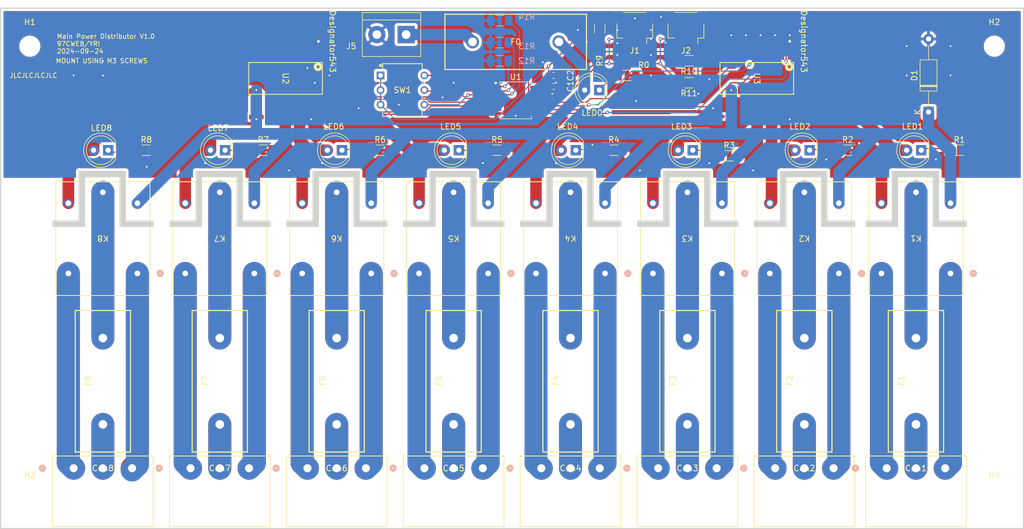
<source format=kicad_pcb>
(kicad_pcb (version 20240108) (generator "pcbnew") (generator_version "8.0")
  (layers (0 "F.Cu" signal) (31 "B.Cu" signal) (34 "B.Paste" user) (35 "F.Paste" user) (36 "B.SilkS" user "B.Silkscreen") (37 "F.SilkS" user "F.Silkscreen") (38 "B.Mask" user) (39 "F.Mask" user) (44 "Edge.Cuts" user))
  (net 0 "")
  (net 1 "/Relay1/NO1")
  (net 2 "/Relay1/NC1")
  (net 3 "/Relay1/COM1")
  (net 4 "+12V")
  (net 5 "+12V Fused")
  (net 6 "GND")
  (net 7 "VCC")
  (net 8 "Net-(U1-P1)")
  (net 9 "Net-(U1-P6)")
  (net 10 "Net-(U1-P3)")
  (net 11 "/SDA")
  (net 12 "Net-(U1-P5)")
  (net 13 "/SCL")
  (net 14 "Net-(U1-P7)")
  (net 15 "Net-(U1-P4)")
  (net 16 "Net-(U1-P2)")
  (net 17 "Net-(U1-P0)")
  (net 22 "/Relay2/COM1")
  (net 23 "/Relay2/NO1")
  (net 24 "/Relay2/NC1")
  (net 25 "/Relay3/NC1")
  (net 26 "/Relay3/NO1")
  (net 27 "/Relay3/COM1")
  (net 28 "/Relay4/NO1")
  (net 29 "/Relay4/COM1")
  (net 30 "/Relay4/NC1")
  (net 31 "/Relay1/FUSED_COM1")
  (net 32 "/Relay2/FUSED_COM1")
  (net 33 "/Relay3/FUSED_COM1")
  (net 34 "/Relay4/FUSED_COM1")
  (net 35 "/Relay3/Relay")
  (net 36 "/Relay4/Relay")
  (net 37 "/Relay5/NO1")
  (net 38 "/Relay5/COM1")
  (net 39 "/Relay5/NC1")
  (net 40 "/Relay5/FUSED_COM1")
  (net 41 "/Relay5/Relay")
  (net 42 "/Relay6/COM1")
  (net 43 "/Relay6/NO1")
  (net 44 "/Relay6/NC1")
  (net 45 "/Relay7/NO1")
  (net 46 "/Relay7/COM1")
  (net 47 "/Relay7/NC1")
  (net 48 "/Relay8/NO1")
  (net 49 "/Relay8/COM1")
  (net 50 "/Relay8/NC1")
  (net 51 "/Relay6/FUSED_COM1")
  (net 52 "/Relay7/FUSED_COM1")
  (net 53 "/Relay8/FUSED_COM1")
  (net 54 "/Relay6/Relay")
  (net 55 "/Relay7/Relay")
  (net 56 "/Relay8/Relay")
  (net 57 "Net-(LED0-K)")
  (net 58 "Net-(LED1-K)")
  (net 59 "Net-(LED2-K)")
  (net 60 "Net-(LED3-K)")
  (net 61 "Net-(LED4-K)")
  (net 62 "Net-(LED5-K)")
  (net 63 "Net-(LED6-K)")
  (net 64 "Net-(LED7-K)")
  (net 65 "Net-(LED8-K)")
  (net 66 "Net-(U1-~{INT})")
  (net 67 "/A0")
  (net 68 "/A1")
  (net 69 "/A2")
  (net 70 "/Relay1/Relay")
  (net 71 "/Relay2/Relay")
  (footprint "MountingHole:MountingHole_3.2mm_M3" (layer "F.Cu") (at 50.8 124.46)
    (property "Reference" "H3")
    (property "Value" "MountingHole")
  )
  (footprint "J123F1C12VDC_36:RELAY5_J123F1C5VDC.36_CRS with Cutout" (layer "F.Cu") (at 130.46 85.208451 180)
    (property "Reference" "K5")
    (property "Value" "J123F1C12VDC.36")
    (fp_poly (pts (xy -2.794 9.144) (xy 2.032 9.144) (xy 2.032 17.78) (xy 10.16 17.78) (xy 10.16 9.144) (xy 14.732 9.144) (xy 14.732 8.128) (xy 9.144 8.128) (xy 9.144 16.764) (xy 3.048 16.764) (xy 3.048 8.128) (xy -2.794 8.128)) (stroke (width 0.1)) (fill solid) (layer "Edge.Cuts"))
  )
  (footprint "J123F1C12VDC_36:RELAY5_J123F1C5VDC.36_CRS with Cutout" (layer "F.Cu") (at 69.5 85.208451 180)
    (property "Reference" "K8")
    (property "Value" "J123F1C12VDC.36")
    (fp_poly (pts (xy -2.794 9.144) (xy 2.032 9.144) (xy 2.032 17.78) (xy 10.16 17.78) (xy 10.16 9.144) (xy 14.732 9.144) (xy 14.732 8.128) (xy 9.144 8.128) (xy 9.144 16.764) (xy 3.048 16.764) (xy 3.048 8.128) (xy -2.794 8.128)) (stroke (width 0.1)) (fill solid) (layer "Edge.Cuts"))
  )
  (footprint "LED_THT:LED_D5.0mm" (layer "F.Cu") (at 105.06 63.793552 180)
    (property "Reference" "LED6")
    (property "Value" "LED")
  )
  (footprint "1757255:CONN_1757255_PXC" (layer "F.Cu") (at 139.7 119.071001)
    (property "Reference" "Con4")
    (property "Value" "Conn_01x03_Socket")
  )
  (footprint "696106003002:696106003002" (layer "F.Cu") (at 185.42 103.951001 90)
    (property "Reference" "F2")
    (property "Value" "696106003002")
  )
  (footprint "Connector_JST:JST_SH_SM04B-SRSS-TB_1x04-1MP_P1.00mm_Horizontal" (layer "F.Cu") (at 164.84 42.515 180)
    (property "Reference" "J2")
    (property "Value" "Conn_01x04_Female")
  )
  (footprint "LED_THT:LED_D5.0mm" (layer "F.Cu") (at 145.699998 63.793552 180)
    (property "Reference" "LED4")
    (property "Value" "LED")
  )
  (footprint "Resistor_SMD:R_1206_3216Metric_Pad1.30x1.75mm_HandSolder" (layer "F.Cu") (at 152.329998 63.793552)
    (property "Reference" "R4")
    (property "Value" "1k")
  )
  (footprint "696106003002:696106003002" (layer "F.Cu") (at 165.100002 103.951001 90)
    (property "Reference" "F3")
    (property "Value" "696106003002")
  )
  (footprint "Diode_THT:D_A-405_P12.70mm_Horizontal" (layer "F.Cu") (at 207.01 57.15 90)
    (property "Reference" "D1")
    (property "Value" "D")
  )
  (footprint "Resistor_SMD:R_1206_3216Metric_Pad1.30x1.75mm_HandSolder" (layer "F.Cu") (at 71.05 63.793552)
    (property "Reference" "R8")
    (property "Value" "1k")
  )
  (footprint "MountingHole:MountingHole_3.2mm_M3" (layer "F.Cu") (at 50.8 45.72)
    (property "Reference" "H1")
    (property "Value" "MountingHole")
  )
  (footprint "1757255:CONN_1757255_PXC" (layer "F.Cu") (at 119.380002 119.071001)
    (property "Reference" "Con5")
    (property "Value" "Conn_01x03_Socket")
  )
  (footprint "696106003002:696106003002" (layer "F.Cu") (at 104.140002 103.951001 90)
    (property "Reference" "F6")
    (property "Value" "696106003002")
  )
  (footprint "Resistor_SMD:R_1206_3216Metric_Pad1.30x1.75mm_HandSolder" (layer "F.Cu") (at 149.86 42.698 90)
    (property "Reference" "R9")
    (property "Value" "1k")
  )
  (footprint "LED_THT:LED_D5.0mm" (layer "F.Cu") (at 149.79 53.34 180)
    (property "Reference" "LED0")
    (property "Value" "LED")
  )
  (footprint "Resistor_SMD:R_1206_3216Metric_Pad1.30x1.75mm_HandSolder" (layer "F.Cu") (at 91.37 63.793552)
    (property "Reference" "R7")
    (property "Value" "1k")
  )
  (footprint "696106003002:696106003002" (layer "F.Cu") (at 63.500002 103.951001 90)
    (property "Reference" "F8")
    (property "Value" "696106003002")
  )
  (footprint "1757255:CONN_1757255_PXC" (layer "F.Cu") (at 99.060002 119.071001)
    (property "Reference" "Con6")
    (property "Value" "Conn_01x03_Socket")
  )
  (footprint "1757255:CONN_1757255_PXC" (layer "F.Cu") (at 160.020002 119.071001)
    (property "Reference" "Con3")
    (property "Value" "Conn_01x03_Socket")
  )
  (footprint "J123F1C12VDC_36:RELAY5_J123F1C5VDC.36_CRS with Cutout" (layer "F.Cu") (at 210.82 85.208451 180)
    (property "Reference" "K1")
    (property "Value" "J123F1C12VDC.36")
    (fp_poly (pts (xy -2.794 9.144) (xy 2.032 9.144) (xy 2.032 17.78) (xy 10.16 17.78) (xy 10.16 9.144) (xy 14.732 9.144) (xy 14.732 8.128) (xy 9.144 8.128) (xy 9.144 16.764) (xy 3.048 16.764) (xy 3.048 8.128) (xy -2.794 8.128)) (stroke (width 0.1)) (fill solid) (layer "Edge.Cuts"))
  )
  (footprint "696106003002:696106003002" (layer "F.Cu") (at 204.820002 103.951001 90)
    (property "Reference" "F1")
    (property "Value" "696106003002")
  )
  (footprint "Capacitor_SMD:C_0603_1608Metric_Pad1.08x0.95mm_HandSolder" (layer "F.Cu") (at 141.8325 52.705)
    (property "Reference" "C1")
    (property "Value" "0.1uF")
  )
  (footprint "J123F1C12VDC_36:RELAY5_J123F1C5VDC.36_CRS with Cutout" (layer "F.Cu") (at 171.1 85.208451 180)
    (property "Reference" "K3")
    (property "Value" "J123F1C12VDC.36")
    (fp_poly (pts (xy -2.794 9.144) (xy 2.032 9.144) (xy 2.032 17.78) (xy 10.16 17.78) (xy 10.16 9.144) (xy 14.732 9.144) (xy 14.732 8.128) (xy 9.144 8.128) (xy 9.144 16.764) (xy 3.048 16.764) (xy 3.048 8.128) (xy -2.794 8.128)) (stroke (width 0.1)) (fill solid) (layer "Edge.Cuts"))
  )
  (footprint "Connector_JST:JST_SH_SM04B-SRSS-TB_1x04-1MP_P1.00mm_Horizontal" (layer "F.Cu") (at 155.95 42.515 180)
    (property "Reference" "J1")
    (property "Value" "Conn_01x04_Female")
  )
  (footprint "Package_SO:SSOP-16_5.3x6.2mm_P0.65mm" (layer "F.Cu") (at 135.255 55.124502)
    (property "Reference" "U1")
    (property "Value" "TCA9554DB")
  )
  (footprint "Resistor_SMD:R_1206_3216Metric_Pad1.30x1.75mm_HandSolder" (layer "F.Cu") (at 165.38 52.07 180)
    (property "Reference" "R11")
    (property "Value" "2.2k")
  )
  (footprint "Resistor_SMD:R_1206_3216Metric_Pad1.30x1.75mm_HandSolder" (layer "F.Cu") (at 154.585 50.8)
    (property "Reference" "R0")
    (property "Value" "1k")
  )
  (footprint "696106003002:696106003002" (layer "F.Cu") (at 124.460002 103.951001 90)
    (property "Reference" "F5")
    (property "Value" "696106003002")
  )
  (footprint "1757255:CONN_1757255_PXC" (layer "F.Cu") (at 199.740002 119.071001)
    (property "Reference" "Con1")
    (property "Value" "Conn_01x03_Socket")
  )
  (footprint "LED_THT:LED_D5.0mm" (layer "F.Cu") (at 64.42 63.793552 180)
    (property "Reference" "LED8")
    (property "Value" "LED")
  )
  (footprint "ULN2803CDWR:DW0020A-IPC_A" (layer "F.Cu") (at 95.25 51.314502 -90)
    (property "Reference" "U2")
    (property "Value" "ULN2803CDWR")
  )
  (footprint "Resistor_SMD:R_1206_3216Metric_Pad1.30x1.75mm_HandSolder" (layer "F.Cu") (at 132.01 63.793552)
    (property "Reference" "R5")
    (property "Value" "1k")
  )
  (footprint "Resistor_SMD:R_1206_3216Metric_Pad1.30x1.75mm_HandSolder" (layer "F.Cu") (at 212.37 63.793552)
    (property "Reference" "R1")
    (property "Value" "1k")
  )
  (footprint "DS04_254_1L_03BK:DS04-254_CUD" (layer "F.Cu") (at 111.76 50.8)
    (property "Reference" "SW1")
    (property "Value" "DS04-254-1L-03BK")
  )
  (footprint "J123F1C12VDC_36:RELAY5_J123F1C5VDC.36_CRS with Cutout" (layer "F.Cu") (at 150.779998 85.208451 180)
    (property "Reference" "K4")
    (property "Value" "J123F1C12VDC.36")
    (fp_poly (pts (xy -2.794 9.144) (xy 2.032 9.144) (xy 2.032 17.78) (xy 10.16 17.78) (xy 10.16 9.144) (xy 14.732 9.144) (xy 14.732 8.128) (xy 9.144 8.128) (xy 9.144 16.764) (xy 3.048 16.764) (xy 3.048 8.128) (xy -2.794 8.128)) (stroke (width 0.1)) (fill solid) (layer "Edge.Cuts"))
  )
  (footprint "1757255:CONN_1757255_PXC" (layer "F.Cu") (at 78.740002 119.071001)
    (property "Reference" "Con7")
    (property "Value" "Conn_01x03_Socket")
  )
  (footprint "Resistor_SMD:R_1206_3216Metric_Pad1.30x1.75mm_HandSolder" (layer "F.Cu") (at 172.365 64.77)
    (property "Reference" "R3")
    (property "Value" "1k")
  )
  (footprint "J123F1C12VDC_36:RELAY5_J123F1C5VDC.36_CRS with Cutout" (layer "F.Cu") (at 191.419998 85.208451 180)
    (property "Reference" "K2")
    (property "Value" "J123F1C12VDC.36")
    (fp_poly (pts (xy -2.794 9.144) (xy 2.032 9.144) (xy 2.032 17.78) (xy 10.16 17.78) (xy 10.16 9.144) (xy 14.732 9.144) (xy 14.732 8.128) (xy 9.144 8.128) (xy 9.144 16.764) (xy 3.048 16.764) (xy 3.048 8.128) (xy -2.794 8.128)) (stroke (width 0.1)) (fill solid) (layer "Edge.Cuts"))
  )
  (footprint "Resistor_SMD:R_1206_3216Metric_Pad1.30x1.75mm_HandSolder" (layer "F.Cu") (at 192.969998 63.793552)
    (property "Reference" "R2")
    (property "Value" "1k")
  )
  (footprint "Capacitor_SMD:C_0603_1608Metric_Pad1.08x0.95mm_HandSolder" (layer "F.Cu") (at 141.8325 50.8)
    (property "Reference" "C2")
    (property "Value" "10uF")
  )
  (footprint "696106003002:696106003002" (layer "F.Cu") (at 83.820002 103.951001 90)
    (property "Reference" "F7")
    (property "Value" "696106003002")
  )
  (footprint "LED_THT:LED_D5.0mm" (layer "F.Cu") (at 186.339998 63.793552 180)
    (property "Reference" "LED2")
    (property "Value" "LED")
  )
  (footprint "696106003002:696106003002" (layer "F.Cu") (at 144.78 103.951001 90)
    (property "Reference" "F4")
    (property "Value" "696106003002")
  )
  (footprint "TerminalBlock:TerminalBlock_bornier-2_P5.08mm" (layer "F.Cu") (at 116.205 43.694502 180)
    (property "Reference" "J5")
    (property "Value" "Screw_Terminal_01x02")
  )
  (footprint "1757255:CONN_1757255_PXC" (layer "F.Cu") (at 180.34 119.071001)
    (property "Reference" "Con2")
    (property "Value" "Conn_01x03_Socket")
  )
  (footprint "Resistor_SMD:R_1206_3216Metric_Pad1.30x1.75mm_HandSolder" (layer "F.Cu") (at 111.69 63.793552)
    (property "Reference" "R6")
    (property "Value" "1k")
  )
  (footprint "Resistor_SMD:R_1206_3216Metric_Pad1.30x1.75mm_HandSolder" (layer "F.Cu") (at 165.38 48.26 180)
    (property "Reference" "R10")
    (property "Value" "2.2k")
  )
  (footprint "LED_THT:LED_D5.0mm" (layer "F.Cu") (at 84.74 63.793552 180)
    (property "Reference" "LED7")
    (property "Value" "LED")
  )
  (footprint "LED_THT:LED_D5.0mm" (layer "F.Cu") (at 166.02 63.793552 180)
    (property "Reference" "LED3")
    (property "Value" "LED")
  )
  (footprint "J123F1C12VDC_36:RELAY5_J123F1C5VDC.36_CRS with Cutout" (layer "F.Cu") (at 89.82 85.208451 180)
    (property "Reference" "K7")
    (property "Value" "J123F1C12VDC.36")
    (fp_poly (pts (xy -2.794 9.144) (xy 2.032 9.144) (xy 2.032 17.78) (xy 10.16 17.78) (xy 10.16 9.144) (xy 14.732 9.144) (xy 14.732 8.128) (xy 9.144 8.128) (xy 9.144 16.764) (xy 3.048 16.764) (xy 3.048 8.128) (xy -2.794 8.128)) (stroke (width 0.1)) (fill solid) (layer "Edge.Cuts"))
  )
  (footprint "LED_THT:LED_D5.0mm" (layer "F.Cu") (at 205.74 63.793552 180)
    (property "Reference" "LED1")
    (property "Value" "LED")
  )
  (footprint "696106003002:696106003002" (layer "F.Cu") (at 135.255 44.964502)
    (property "Reference" "F0")
    (property "Value" "696106003002")
    (property "VALUE" "696106003002" (hide yes))
  )
  (footprint "ULN2803CDWR:DW0020A-IPC_A" (layer "F.Cu") (at 177.165 51.314502 -90)
    (property "Reference" "U3")
    (property "Value" "ULN2803CDWR")
  )
  (footprint "1757255:CONN_1757255_PXC" (layer "F.Cu") (at 58.420002 119.071001)
    (property "Reference" "Con8")
    (property "Value" "Conn_01x03_Socket")
  )
  (footprint "LED_THT:LED_D5.0mm" (layer "F.Cu") (at 125.38 63.793552 180)
    (property "Reference" "LED5")
    (property "Value" "LED")
  )
  (footprint "J123F1C12VDC_36:RELAY5_J123F1C5VDC.36_CRS with Cutout" (layer "F.Cu") (at 110.14 85.208451 180)
    (property "Reference" "K6")
    (property "Value" "J123F1C12VDC.36")
    (fp_poly (pts (xy -2.794 9.144) (xy 2.032 9.144) (xy 2.032 17.78) (xy 10.16 17.78) (xy 10.16 9.144) (xy 14.732 9.144) (xy 14.732 8.128) (xy 9.144 8.128) (xy 9.144 16.764) (xy 3.048 16.764) (xy 3.048 8.128) (xy -2.794 8.128)) (stroke (width 0.1)) (fill solid) (layer "Edge.Cuts"))
  )
  (footprint "MountingHole:MountingHole_3.2mm_M3" (layer "F.Cu") (at 218.44 124.46)
    (property "Reference" "H4")
    (property "Value" "MountingHole")
  )
  (footprint "MountingHole:MountingHole_3.2mm_M3" (layer "F.Cu") (at 218.44 45.72)
    (property "Reference" "H2")
    (property "Value" "MountingHole")
  )
  (footprint "Resistor_SMD:R_1206_3216Metric_Pad1.30x1.75mm_HandSolder" (layer "B.Cu") (at 132.485 41.275 180)
    (property "Reference" "R14")
    (property "Value" "1k")
  )
  (footprint "Resistor_SMD:R_1206_3216Metric_Pad1.30x1.75mm_HandSolder" (layer "B.Cu") (at 132.435 48.26 180)
    (property "Reference" "R12")
    (property "Value" "1k")
  )
  (footprint "Resistor_SMD:R_1206_3216Metric_Pad1.30x1.75mm_HandSolder" (layer "B.Cu") (at 132.435 45.085 180)
    (property "Reference" "R13")
    (property "Value" "1k")
  )
  (gr_rect (start 45.72 39.116) (end 223.52 129.54) (stroke (width 0.2)) (fill none) (layer "Edge.Cuts"))
  (gr_text "Main Power Distributor V1.0\n97CWEB/YRI\n2024-09-24" (at 55.435 45.3 0) (layer "F.SilkS") (effects (font (size 0.8 0.8) (thickness 0.127)) (justify left)))
  (gr_text "JLCJLCJLCJLC" (at 51.435 50.8 0) (layer "F.SilkS") (effects (font (size 0.8 0.8) (thickness 0.127))))
  (gr_text "MOUNT USING M3 SCREWS" (at 55.245 48.26 0) (layer "F.SilkS") (effects (font (size 0.8 0.8) (thickness 0.127)) (justify left)))
  (segment (start 210.82 118.151003) (end 209.900002 119.071001) (width 4) (layer "F.Cu") (net 1))
  (segment (start 210.82 85.208451) (end 210.82 118.151003) (width 4) (layer "F.Cu") (net 1))
  (segment (start 210.82 118.151003) (end 209.900002 119.071001) (width 4) (layer "B.Cu") (net 1))
  (segment (start 210.82 85.208451) (end 210.82 118.151003) (width 4) (layer "B.Cu") (net 1))
  (segment (start 198.820004 118.151003) (end 199.740002 119.071001) (width 4) (layer "F.Cu") (net 2))
  (segment (start 198.820004 85.208451) (end 198.820004 118.151003) (width 4) (layer "F.Cu") (net 2))
  (segment (start 198.820004 85.208451) (end 198.820004 118.151003) (width 4) (layer "B.Cu") (net 2))
  (segment (start 198.820004 118.151003) (end 199.740002 119.071001) (width 4) (layer "B.Cu") (net 2))
  (segment (start 204.820002 111.451001) (end 204.820002 119.071001) (width 4) (layer "F.Cu") (net 3))
  (segment (start 204.820002 111.451001) (end 204.820002 119.071001) (width 4) (layer "B.Cu") (net 3))
  (segment (start 116.205 43.694502) (end 126.485 43.694502) (width 2) (layer "B.Cu") (net 4))
  (segment (start 126.485 43.694502) (end 127.755 44.964502) (width 2) (layer "B.Cu") (net 4))
  (via (at 172.72 53.34) (size 0.6) (drill 0.3) (layers "F.Cu" "B.Cu") (net 5))
  (via (at 90.17 53.34) (size 0.6) (drill 0.3) (layers "F.Cu" "B.Cu") (net 5))
  (via (at 90.17 58.42) (size 0.6) (drill 0.3) (layers "F.Cu" "B.Cu") (net 5))
  (segment (start 191.419998 67.660002) (end 198.12 60.96) (width 2) (layer "B.Cu") (net 5))
  (segment (start 139.7 60.94) (end 147.2 53.44) (width 2) (layer "B.Cu") (net 5))
  (segment (start 210.82 72.714898) (end 210.82 63.78) (width 2) (layer "B.Cu") (net 5))
  (segment (start 139.7 60.96) (end 139.7 60.94) (width 2) (layer "B.Cu") (net 5))
  (segment (start 207.01 60.96) (end 207.01 57.15) (width 2) (layer "B.Cu") (net 5))
  (segment (start 171.1 67.66) (end 177.8 60.96) (width 2) (layer "B.Cu") (net 5))
  (segment (start 208 60.96) (end 207.01 60.96) (width 2) (layer "B.Cu") (net 5))
  (segment (start 89.82 73.034898) (end 89.82 67.66) (width 2) (layer "B.Cu") (net 5))
  (segment (start 110.14 67.66) (end 116.84 60.96) (width 2) (layer "B.Cu") (net 5))
  (segment (start 150.779998 73.00845) (end 150.779998 70.200002) (width 2) (layer "B.Cu") (net 5))
  (segment (start 172.72 58.42) (end 172.72 53.34) (width 2) (layer "B.Cu") (net 5))
  (segment (start 81.54845 60.96) (end 82.55 60.96) (width 2) (layer "B.Cu") (net 5))
  (segment (start 177.8 60.96) (end 172.72 60.96) (width 2) (layer "B.Cu") (net 5))
  (segment (start 69.5 73.00845) (end 81.54845 60.96) (width 2) (layer "B.Cu") (net 5))
  (segment (start 89.82 73.00845) (end 89.82 67.66) (width 2) (layer "B.Cu") (net 5))
  (segment (start 130.46 73.034898) (end 130.46 70.2) (width 2) (layer "B.Cu") (net 5))
  (segment (start 96.52 60.96) (end 90.17 60.96) (width 2) (layer "B.Cu") (net 5))
  (segment (start 90.17 58.42) (end 90.17 60.96) (width 2) (layer "B.Cu") (net 5))
  (segment (start 210.82 73.00845) (end 210.82 64.073552) (width 2) (layer "B.Cu") (net 5))
  (segment (start 172.72 60.96) (end 172.72 58.42) (width 2) (layer "B.Cu") (net 5))
  (segment (start 147.2 49.409502) (end 142.755 44.964502) (width 2) (layer "B.Cu") (net 5))
  (segment (start 207.01 60.96) (end 198.12 60.96) (width 2) (layer "B.Cu") (net 5))
  (segment (start 160.02 60.96) (end 139.7 60.96) (width 2) (layer "B.Cu") (net 5))
  (segment (start 139.7 60.96) (end 116.84 60.96) (width 2) (layer "B.Cu") (net 5))
  (segment (start 198.12 60.96) (end 177.8 60.96) (width 2) (layer "B.Cu") (net 5))
  (segment (start 90.17 60.96) (end 82.55 60.96) (width 2) (layer "B.Cu") (net 5))
  (segment (start 171.1 73.00845) (end 171.1 67.66) (width 2) (layer "B.Cu") (net 5))
  (segment (start 172.72 60.96) (end 160.02 60.96) (width 2) (layer "B.Cu") (net 5))
  (segment (start 150.779998 70.200002) (end 160.02 60.96) (width 2) (layer "B.Cu") (net 5))
  (segment (start 89.82 67.66) (end 96.52 60.96) (width 2) (layer "B.Cu") (net 5))
  (segment (start 191.419998 73.00845) (end 191.419998 67.660002) (width 2) (layer "B.Cu") (net 5))
  (segment (start 116.84 60.96) (end 96.52 60.96) (width 2) (layer "B.Cu") (net 5))
  (segment (start 210.82 63.78) (end 208 60.96) (width 2) (layer "B.Cu") (net 5))
  (segment (start 130.46 73.00845) (end 130.46 70.2) (width 2) (layer "B.Cu") (net 5))
  (segment (start 147.2 53.44) (end 147.2 49.409502) (width 2) (layer "B.Cu") (net 5))
  (segment (start 130.46 70.2) (end 139.7 60.96) (width 2) (layer "B.Cu") (net 5))
  (segment (start 110.14 73.00845) (end 110.14 67.66) (width 2) (layer "B.Cu") (net 5))
  (segment (start 208 61.253552) (end 208 60.96) (width 2) (layer "B.Cu") (net 5))
  (segment (start 210.82 64.073552) (end 208 61.253552) (width 2) (layer "B.Cu") (net 5))
  (segment (start 90.17 53.34) (end 90.17 58.42) (width 2) (layer "B.Cu") (net 5))
  (via (at 203.2 45.72) (size 0.6) (drill 0.3) (layers "F.Cu" "B.Cu") (net 6))
  (via (at 139.954 48.514) (size 0.6) (drill 0.3) (layers "F.Cu" "B.Cu") (net 6))
  (via (at 114.935 55.88) (size 0.6) (drill 0.3) (layers "F.Cu" "B.Cu") (net 6))
  (via (at 148.59 62.865) (size 0.6) (drill 0.3) (layers "F.Cu" "B.Cu") (net 6))
  (via (at 208.28 65.405) (size 0.6) (drill 0.3) (layers "F.Cu" "B.Cu") (net 6))
  (via (at 175.26 43.815) (size 0.6) (drill 0.3) (layers "F.Cu" "B.Cu") (net 6))
  (via (at 210.82 50.8) (size 0.6) (drill 0.3) (layers "F.Cu" "B.Cu") (net 6))
  (via (at 152.908 47.244) (size 0.6) (drill 0.3) (layers "F.Cu" "B.Cu") (net 6))
  (via (at 124.46 52.07) (size 0.6) (drill 0.3) (layers "F.Cu" "B.Cu") (net 6))
  (via (at 101.6 66.04) (size 0.6) (drill 0.3) (layers "F.Cu" "B.Cu") (net 6))
  (via (at 142.24 52.07) (size 0.6) (drill 0.3) (layers "F.Cu" "B.Cu") (net 6))
  (via (at 99.06 49.53) (size 0.6) (drill 0.3) (layers "F.Cu" "B.Cu") (net 6))
  (via (at 58.42 48.26) (size 0.6) (drill 0.3) (layers "F.Cu" "B.Cu") (net 6))
  (via (at 99.695 58.42) (size 0.6) (drill 0.3) (layers "F.Cu" "B.Cu") (net 6))
  (via (at 180.34 43.815) (size 0.6) (drill 0.3) (layers "F.Cu" "B.Cu") (net 6))
  (via (at 160.528 40.64) (size 0.6) (drill 0.3) (layers "F.Cu" "B.Cu") (net 6))
  (via (at 141.605 53.975) (size 0.6) (drill 0.3) (layers "F.Cu" "B.Cu") (net 6))
  (via (at 100.33 52.07) (size 0.6) (drill 0.3) (layers "F.Cu" "B.Cu") (net 6))
  (via (at 182.88 58.42) (size 0.6) (drill 0.3) (layers "F.Cu" "B.Cu") (net 6))
  (via (at 168.91 51.435) (size 0.6) (drill 0.3) (layers "F.Cu" "B.Cu") (net 6))
  (via (at 95.885 67.31) (size 0.6) (drill 0.3) (layers "F.Cu" "B.Cu") (net 6))
  (via (at 147.574 44.958) (size 0.6) (drill 0.3) (layers "F.Cu" "B.Cu") (net 6))
  (via (at 203.2 50.8) (size 0.6) (drill 0.3) (layers "F.Cu" "B.Cu") (net 6))
  (via (at 71.12 66.675) (size 0.6) (drill 0.3) (layers "F.Cu" "B.Cu") (net 6))
  (via (at 210.82 45.72) (size 0.6) (drill 0.3) (layers "F.Cu" "B.Cu") (net 6))
  (via (at 135.255 57.785) (size 0.6) (drill 0.3) (layers "F.Cu" "B.Cu") (net 6))
  (via (at 182.88 43.815) (size 0.6) (drill 0.3) (layers "F.Cu" "B.Cu") (net 6))
  (via (at 158.75 42.926) (size 0.6) (drill 0.3) (layers "F.Cu" "B.Cu") (net 6))
  (via (at 107.95 56.515) (size 0.6) (drill 0.3) (layers "F.Cu" "B.Cu") (net 6))
  (via (at 156.21 55.245) (size 0.6) (drill 0.3) (layers "F.Cu" "B.Cu") (net 6))
  (via (at 156.845 67.31) (size 0.6) (drill 0.3) (layers "F.Cu" "B.Cu") (net 6))
  (via (at 152.908 42.926) (size 0.6) (drill 0.3) (layers "F.Cu" "B.Cu") (net 6))
  (via (at 158.75 50.8) (size 0.6) (drill 0.3) (layers "F.Cu" "B.Cu") (net 6))
  (via (at 172.72 43.815) (size 0.6) (drill 0.3) (layers "F.Cu" "B.Cu") (net 6))
  (via (at 169.545 56.515) (size 0.6) (drill 0.3) (layers "F.Cu" "B.Cu") (net 6))
  (via (at 158.75 47.244) (size 0.6) (drill 0.3) (layers "F.Cu" "B.Cu") (net 6))
  (via (at 158.75 44.45) (size 0.6) (drill 0.3) (layers "F.Cu" "B.Cu") (net 6))
  (via (at 189.23 65.405) (size 0.6) (drill 0.3) (layers "F.Cu" "B.Cu") (net 6))
  (via (at 142.24 66.04) (size 0.6) (drill 0.3) (layers "F.Cu" "B.Cu") (net 6))
  (via (at 168.91 66.04) (size 0.6) (drill 0.3) (layers "F.Cu" "B.Cu") (net 6))
  (via (at 161.29 45.085) (size 0.6) (drill 0.3) (layers "F.Cu" "B.Cu") (net 6))
  (via (at 63.5 50.8) (size 0.6) (drill 0.3) (layers "F.Cu" "B.Cu") (net 6))
  (via (at 149.352 47.498) (size 0.6) (drill 0.3) (layers "F.Cu" "B.Cu") (net 6))
  (via (at 146.05 42.926) (size 0.6) (drill 0.3) (layers "F.Cu" "B.Cu") (net 6))
  (via (at 152.908 45.212) (size 0.6) (drill 0.3) (layers "F.Cu" "B.Cu") (net 6))
  (via (at 167.005 53.975) (size 0.6) (drill 0.3) (layers "F.Cu" "B.Cu") (net 6))
  (via (at 129.54 66.04) (size 0.6) (drill 0.3) (layers "F.Cu" "B.Cu") (net 6))
  (via (at 176.53 67.31) (size 0.6) (drill 0.3) (layers "F.Cu" "B.Cu") (net 6))
  (via (at 63.5 48.26) (size 0.6) (drill 0.3) (layers "F.Cu" "B.Cu") (net 6))
  (via (at 177.8 43.815) (size 0.6) (drill 0.3) (layers "F.Cu" "B.Cu") (net 6))
  (via (at 122.555 54.61) (size 0.6) (drill 0.3) (layers "F.Cu" "B.Cu") (net 6))
  (via (at 155.956 40.894) (size 0.6) (drill 0.3) (layers "F.Cu" "B.Cu") (net 6))
  (via (at 102.87 50.8) (size 0.6) (drill 0.3) (layers "F.Cu" "B.Cu") (net 6))
  (via (at 58.42 50.8) (size 0.6) (drill 0.3) (layers "F.Cu" "B.Cu") (net 6))
  (via (at 81.28 66.04) (size 0.6) (drill 0.3) (layers "F.Cu" "B.Cu") (net 6))
  (segment (start 140.97 50.8) (end 140.97 49.18902) (width 0.2) (layer "F.Cu") (net 7))
  (segment (start 156.45 41.924) (end 156.464 41.91) (width 0.2) (layer "F.Cu") (net 7))
  (segment (start 166.93 52.705) (end 166.93 48.895) (width 0.2) (layer "F.Cu") (net 7))
  (segment (start 141.43451 48.72451) (end 145.911021 44.248) (width 0.2) (layer "F.Cu") (net 7))
  (segment (start 166.93 48.335) (end 165.34 46.745) (width 0.2) (layer "F.Cu") (net 7))
  (segment (start 149.86 44.45) (end 149.982002 44.45) (width 0.2) (layer "F.Cu") (net 7))
  (segment (start 165.34 43.740001) (end 165.34 44.515) (width 0.2) (layer "F.Cu") (net 7))
  (segment (start 140.825498 52.849502) (end 140.97 52.705) (width 0.2) (layer "F.Cu") (net 7))
  (segment (start 165.34 46.745) (end 165.34 44.515) (width 0.2) (layer "F.Cu") (net 7))
  (segment (start 164.739999 43.14) (end 165.34 43.740001) (width 0.2) (layer "F.Cu") (net 7))
  (segment (start 145.911021 44.248) (end 147.269002 44.248) (width 0.2) (layer "F.Cu") (net 7))
  (segment (start 156.464 41.91) (end 163.509999 41.91) (width 0.2) (layer "F.Cu") (net 7))
  (segment (start 140.97 49.18902) (end 141.43451 48.72451) (width 0.2) (layer "F.Cu") (net 7))
  (segment (start 149.86 44.248) (end 147.269002 44.248) (width 0.2) (layer "F.Cu") (net 7))
  (segment (start 156.45 44.515) (end 156.45 41.924) (width 0.2) (layer "F.Cu") (net 7))
  (segment (start 152.4 41.91) (end 156.464 41.91) (width 0.2) (layer "F.Cu") (net 7))
  (segment (start 166.93 48.895) (end 166.93 48.335) (width 0.2) (layer "F.Cu") (net 7))
  (segment (start 149.86 44.45) (end 152.4 41.91) (width 0.2) (layer "F.Cu") (net 7))
  (segment (start 138.6675 52.849502) (end 140.825498 52.849502) (width 0.2) (layer "F.Cu") (net 7))
  (segment (start 140.97 50.8) (end 140.97 52.705) (width 0.2) (layer "F.Cu") (net 7))
  (segment (start 163.509999 41.91) (end 164.739999 43.14) (width 0.2) (layer "F.Cu") (net 7))
  (via (at 140.97 49.18902) (size 0.6) (drill 0.3) (layers "F.Cu" "B.Cu") (net 7))
  (segment (start 111.76 55.88) (end 111.76 50.8) (width 0.2) (layer "B.Cu") (net 7))
  (segment (start 140.97 49.18902) (end 131.73902 58.42) (width 0.2) (layer "B.Cu") (net 7))
  (segment (start 131.73902 58.42) (end 114.3 58.42) (width 0.2) (layer "B.Cu") (net 7))
  (segment (start 114.3 58.42) (end 111.76 55.88) (width 0.2) (layer "B.Cu") (net 7))
  (segment (start 120.307713 55.449502) (end 119.777811 54.9196) (width 0.2) (layer "F.Cu") (net 8))
  (segment (start 119.777811 54.9196) (end 109.5454 54.9196) (width 0.2) (layer "F.Cu") (net 8))
  (segment (start 109.5454 54.9196) (end 109.015498 55.449502) (width 0.2) (layer "F.Cu") (net 8))
  (segment (start 109.015498 55.449502) (end 106.135169 55.449502) (width 0.2) (layer "F.Cu") (net 8))
  (segment (start 131.8425 55.449502) (end 120.307713 55.449502) (width 0.2) (layer "F.Cu") (net 8))
  (segment (start 97.155 46.749007) (end 98.425 46.749007) (width 0.2) (layer "F.Cu") (net 8))
  (segment (start 98.425 47.739333) (end 106.135169 55.449502) (width 0.2) (layer "F.Cu") (net 8))
  (segment (start 98.425 46.749007) (end 98.425 47.739333) (width 0.2) (layer "F.Cu") (net 8))
  (segment (start 147.735498 56.099502) (end 147.955 55.88) (width 0.2) (layer "F.Cu") (net 9))
  (segment (start 138.6675 56.099502) (end 147.735498 56.099502) (width 0.2) (layer "F.Cu") (net 9))
  (segment (start 176.53 48.26) (end 175.895 48.895) (width 0.2) (layer "F.Cu") (net 9))
  (segment (start 176.53 46.749007) (end 176.53 48.26) (width 0.2) (layer "F.Cu") (net 9))
  (segment (start 177.8 46.749007) (end 176.53 46.749007) (width 0.2) (layer "F.Cu") (net 9))
  (via (at 147.955 55.88) (size 0.6) (drill 0.3) (layers "F.Cu" "B.Cu") (net 9))
  (via (at 175.895 48.895) (size 0.6) (drill 0.3) (layers "F.Cu" "B.Cu") (net 9))
  (segment (start 155.445 50.035) (end 149.6 55.88) (width 0.2) (layer "B.Cu") (net 9))
  (segment (start 174.755 50.035) (end 155.445 50.035) (width 0.2) (layer "B.Cu") (net 9))
  (segment (start 175.895 48.895) (end 174.755 50.035) (width 0.2) (layer "B.Cu") (net 9))
  (segment (start 149.6 55.88) (end 147.955 55.88) (width 0.2) (layer "B.Cu") (net 9))
  (segment (start 99.06 53.34) (end 93.345 47.625) (width 0.2) (layer "F.Cu") (net 10))
  (segment (start 99.695 53.34) (end 99.06 53.34) (width 0.2) (layer "F.Cu") (net 10))
  (segment (start 93.345 46.749007) (end 92.075 46.749007) (width 0.2) (layer "F.Cu") (net 10))
  (segment (start 99.695 53.34) (end 101.2 53.34) (width 0.2) (layer "F.Cu") (net 10))
  (segment (start 93.345 47.625) (end 93.345 46.749007) (width 0.2) (layer "F.Cu") (net 10))
  (segment (start 101.2 53.34) (end 105.41 57.55) (width 0.2) (layer "F.Cu") (net 10))
  (segment (start 131.8425 56.749502) (end 120.434395 56.749502) (width 0.2) (layer "F.Cu") (net 10))
  (segment (start 119.633897 57.55) (end 105.41 57.55) (width 0.2) (layer "F.Cu") (net 10))
  (segment (start 120.434395 56.749502) (end 119.633897 57.55) (width 0.2) (layer "F.Cu") (net 10))
  (segment (start 140.97 54.61) (end 142.24 54.61) (width 0.2) (layer "F.Cu") (net 11))
  (segment (start 155.448 46.644) (end 162.976 46.644) (width 0.2) (layer "F.Cu") (net 11))
  (segment (start 142.875 54.61) (end 145.415 52.07) (width 0.2) (layer "F.Cu") (net 11))
  (segment (start 145.415 52.07) (end 145.557818 52.07) (width 0.2) (layer "F.Cu") (net 11))
  (segment (start 138.6675 53.499502) (end 139.859502 53.499502) (width 0.2) (layer "F.Cu") (net 11))
  (segment (start 155.45 46.642) (end 155.448 46.644) (width 0.2) (layer "F.Cu") (net 11))
  (segment (start 139.859502 53.499502) (end 140.335 53.975) (width 0.2) (layer "F.Cu") (net 11))
  (segment (start 163.493999 46.136) (end 164.34 45.289999) (width 0.2) (layer "F.Cu") (net 11))
  (segment (start 162.976 46.644) (end 163.83 47.498) (width 0.2) (layer "F.Cu") (net 11))
  (segment (start 163.83 47.498) (end 163.83 48.895) (width 0.2) (layer "F.Cu") (net 11))
  (segment (start 155.45 44.515) (end 155.45 46.228) (width 0.2) (layer "F.Cu") (net 11))
  (segment (start 142.24 54.61) (end 142.875 54.61) (width 0.2) (layer "F.Cu") (net 11))
  (segment (start 155.45 46.228) (end 155.45 46.642) (width 0.2) (layer "F.Cu") (net 11))
  (segment (start 163.357 46.263) (end 163.484 46.136) (width 0.2) (layer "F.Cu") (net 11))
  (segment (start 145.557818 52.07) (end 150.983818 46.644) (width 0.2) (layer "F.Cu") (net 11))
  (segment (start 164.34 45.289999) (end 164.34 44.515) (width 0.2) (layer "F.Cu") (net 11))
  (segment (start 162.976 46.644) (end 163.357 46.263) (width 0.2) (layer "F.Cu") (net 11))
  (segment (start 150.983818 46.644) (end 151.13 46.644) (width 0.2) (layer "F.Cu") (net 11))
  (segment (start 151.13 46.644) (end 155.448 46.644) (width 0.2) (layer "F.Cu") (net 11))
  (segment (start 140.335 53.975) (end 140.97 54.61) (width 0.2) (layer "F.Cu") (net 11))
  (segment (start 163.484 46.136) (end 163.493999 46.136) (width 0.2) (layer "F.Cu") (net 11))
  (segment (start 138.6675 56.749502) (end 149.625498 56.749502) (width 0.2) (layer "F.Cu") (net 12))
  (segment (start 174.739333 52.07) (end 179.07 47.739333) (width 0.2) (layer "F.Cu") (net 12))
  (segment (start 150.145 56.23) (end 149.625498 56.749502) (width 0.2) (layer "F.Cu") (net 12))
  (segment (start 173.355 52.07) (end 174.739333 52.07) (width 0.2) (layer "F.Cu") (net 12))
  (segment (start 172.717207 52.07) (end 173.355 52.07) (width 0.2) (layer "F.Cu") (net 12))
  (segment (start 168.557207 56.23) (end 172.717207 52.07) (width 0.2) (layer "F.Cu") (net 12))
  (segment (start 151.48 56.23) (end 168.557207 56.23) (width 0.2) (layer "F.Cu") (net 12))
  (segment (start 180.34 46.749007) (end 179.07 46.749007) (width 0.2) (layer "F.Cu") (net 12))
  (segment (start 151.48 56.23) (end 150.145 56.23) (width 0.2) (layer "F.Cu") (net 12))
  (segment (start 179.07 46.749007) (end 179.07 47.739333) (width 0.2) (layer "F.Cu") (net 12))
  (segment (start 154.45 44.515) (end 151.505 44.515) (width 0.2) (layer "F.Cu") (net 13))
  (segment (start 160.395 48.768) (end 163.83 52.203) (width 0.2) (layer "F.Cu") (net 13))
  (segment (start 140.335 54.61) (end 140.824502 55.099502) (width 0.2) (layer "F.Cu") (net 13))
  (segment (start 161.665 44.45) (end 161.73 44.515) (width 0.2) (layer "F.Cu") (net 13))
  (segment (start 151.892 48.768) (end 149.86 48.768) (width 0.2) (layer "F.Cu") (net 13))
  (segment (start 163.83 52.203) (end 163.83 52.705) (width 0.2) (layer "F.Cu") (net 13))
  (segment (start 138.6675 54.149502) (end 139.874502 54.149502) (width 0.2) (layer "F.Cu") (net 13))
  (segment (start 161.73 44.515) (end 163.34 44.515) (width 0.2) (layer "F.Cu") (net 13))
  (segment (start 149.700679 48.768) (end 149.86 48.768) (width 0.2) (layer "F.Cu") (net 13))
  (segment (start 143.369177 55.099502) (end 149.700679 48.768) (width 0.2) (layer "F.Cu") (net 13))
  (segment (start 140.824502 55.099502) (end 142.385498 55.099502) (width 0.2) (layer "F.Cu") (net 13))
  (segment (start 139.874502 54.149502) (end 140.335 54.61) (width 0.2) (layer "F.Cu") (net 13))
  (segment (start 151.892 48.768) (end 160.395 48.768) (width 0.2) (layer "F.Cu") (net 13))
  (segment (start 160.395 44.45) (end 161.665 44.45) (width 0.2) (layer "F.Cu") (net 13))
  (segment (start 142.385498 55.099502) (end 143.369177 55.099502) (width 0.2) (layer "F.Cu") (net 13))
  (segment (start 151.505 48.768) (end 151.892 48.768) (width 0.2) (layer "F.Cu") (net 13))
  (via (at 151.505 44.515) (size 0.6) (drill 0.3) (layers "F.Cu" "B.Cu") (net 13))
  (via (at 151.505 48.768) (size 0.6) (drill 0.3) (layers "F.Cu" "B.Cu") (net 13))
  (via (at 160.395 44.45) (size 0.6) (drill 0.3) (layers "F.Cu" "B.Cu") (net 13))
  (via (at 160.395 48.768) (size 0.6) (drill 0.3) (layers "F.Cu" "B.Cu") (net 13))
  (segment (start 160.395 48.768) (end 160.395 44.45) (width 0.2) (layer "B.Cu") (net 13))
  (segment (start 151.505 48.768) (end 151.505 44.515) (width 0.2) (layer "B.Cu") (net 13))
  (segment (start 173.99 48.895) (end 173.99 46.749007) (width 0.2) (layer "F.Cu") (net 14))
  (segment (start 165.635483 53.875483) (end 165.952983 53.557983) (width 0.2) (layer "F.Cu") (net 14))
  (segment (start 138.6675 55.449502) (end 142.24 55.449502) (width 0.2) (layer "F.Cu") (net 14))
  (segment (start 166.315966 53.195) (end 168.534333 53.195) (width 0.2) (layer "F.Cu") (net 14))
  (segment (start 147.60768 55.449502) (end 142.24 55.449502) (width 0.2) (layer "F.Cu") (net 14))
  (segment (start 165.535966 53.975) (end 165.952983 53.557983) (width 0.2) (layer "F.Cu") (net 14))
  (segment (start 173.355 49.53) (end 173.99 48.895) (width 0.2) (layer "F.Cu") (net 14))
  (segment (start 151.547017 54.827983) (end 152.4 53.975) (width 0.2) (layer "F.Cu") (net 14))
  (segment (start 172.199334 49.53) (end 173.355 49.53) (width 0.2) (layer "F.Cu") (net 14))
  (segment (start 149.225 54.827983) (end 151.547017 54.827983) (width 0.2) (layer "F.Cu") (net 14))
  (segment (start 165.952983 53.557983) (end 166.315966 53.195) (width 0.2) (layer "F.Cu") (net 14))
  (segment (start 148.229199 54.827983) (end 147.60768 55.449502) (width 0.2) (layer "F.Cu") (net 14))
  (segment (start 175.26 46.749007) (end 173.99 46.749007) (width 0.2) (layer "F.Cu") (net 14))
  (segment (start 173.99 46.749007) (end 173.99 47.739333) (width 0.2) (layer "F.Cu") (net 14))
  (segment (start 152.4 53.975) (end 165.535966 53.975) (width 0.2) (layer "F.Cu") (net 14))
  (segment (start 149.225 54.827983) (end 148.229199 54.827983) (width 0.2) (layer "F.Cu") (net 14))
  (segment (start 172.142167 49.587167) (end 172.199334 49.53) (width 0.2) (layer "F.Cu") (net 14))
  (segment (start 168.534333 53.195) (end 172.142167 49.587167) (width 0.2) (layer "F.Cu") (net 14))
  (segment (start 181.61 47.739333) (end 181.61 46.749007) (width 0.2) (layer "F.Cu") (net 15))
  (segment (start 138.6675 57.399502) (end 146.685 57.399502) (width 0.2) (layer "F.Cu") (net 15))
  (segment (start 146.685 57.399502) (end 150.998028 57.399502) (width 0.2) (layer "F.Cu") (net 15))
  (segment (start 150.998028 57.399502) (end 151.173403 57.224127) (width 0.2) (layer "F.Cu") (net 15))
  (segment (start 182.245 48.26) (end 182.245 47.384007) (width 0.2) (layer "F.Cu") (net 15))
  (segment (start 182.245 47.384007) (end 181.61 46.749007) (width 0.2) (layer "F.Cu") (net 15))
  (segment (start 181.61 46.749007) (end 182.88 46.749007) (width 0.2) (layer "F.Cu") (net 15))
  (via (at 151.173403 57.224127) (size 0.6) (drill 0.3) (layers "F.Cu" "B.Cu") (net 15))
  (via (at 182.245 48.26) (size 0.6) (drill 0.3) (layers "F.Cu" "B.Cu") (net 15))
  (segment (start 166.573131 57.224127) (end 167.778629 56.018629) (width 0.2) (layer "B.Cu") (net 15))
  (segment (start 181.61 51.435) (end 182.245 50.8) (width 0.2) (layer "B.Cu") (net 15))
  (segment (start 165.735 57.224127) (end 166.573131 57.224127) (width 0.2) (layer "B.Cu") (net 15))
  (segment (start 151.173403 57.224127) (end 165.735 57.224127) (width 0.2) (layer "B.Cu") (net 15))
  (segment (start 167.778629 56.018629) (end 172.362258 51.435) (width 0.2) (layer "B.Cu") (net 15))
  (segment (start 182.245 50.8) (end 182.245 48.26) (width 0.2) (layer "B.Cu") (net 15))
  (segment (start 172.362258 51.435) (end 181.61 51.435) (width 0.2) (layer "B.Cu") (net 15))
  (segment (start 95.885 47.625) (end 95.885 46.749007) (width 0.2) (layer "F.Cu") (net 16))
  (segment (start 99.695 51.435) (end 95.885 47.625) (width 0.2) (layer "F.Cu") (net 16))
  (segment (start 94.615 46.749007) (end 95.885 46.749007) (width 0.2) (layer "F.Cu") (net 16))
  (segment (start 131.8425 56.099502) (end 120.518709 56.099502) (width 0.2) (layer "F.Cu") (net 16))
  (segment (start 120.518709 56.099502) (end 119.468211 57.15) (width 0.2) (layer "F.Cu") (net 16))
  (segment (start 100.745498 51.435) (end 99.695 51.435) (width 0.2) (layer "F.Cu") (net 16))
  (segment (start 106.460498 57.15) (end 100.745498 51.435) (width 0.2) (layer "F.Cu") (net 16))
  (segment (start 119.468211 57.15) (end 106.460498 57.15) (width 0.2) (layer "F.Cu") (net 16))
  (segment (start 125.73 53.975) (end 121.1946 53.975) (width 0.2) (layer "F.Cu") (net 17))
  (segment (start 126.471569 54.5196) (end 126.2746 54.5196) (width 0.2) (layer "F.Cu") (net 17))
  (segment (start 99.695 46.749007) (end 100.965 46.749007) (width 0.2) (layer "F.Cu") (net 17))
  (segment (start 131.8425 54.799502) (end 126.751471 54.799502) (width 0.2) (layer "F.Cu") (net 17))
  (segment (start 120.65 54.5196) (end 108.735592 54.5196) (width 0.2) (layer "F.Cu") (net 17))
  (segment (start 108.735592 54.5196) (end 108.387996 54.172004) (width 0.2) (layer "F.Cu") (net 17))
  (segment (start 126.2746 54.5196) (end 125.73 53.975) (width 0.2) (layer "F.Cu") (net 17))
  (segment (start 126.751471 54.799502) (end 126.471569 54.5196) (width 0.2) (layer "F.Cu") (net 17))
  (segment (start 108.387996 54.172004) (end 100.965 46.749007) (width 0.2) (layer "F.Cu") (net 17))
  (segment (start 121.1946 53.975) (end 120.65 54.5196) (width 0.2) (layer "F.Cu") (net 17))
  (segment (start 185.42 111.451001) (end 185.42 119.071001) (width 4) (layer "F.Cu") (net 22))
  (segment (start 185.42 111.451001) (end 185.42 119.071001) (width 4) (layer "B.Cu") (net 22))
  (segment (start 191.419998 118.151003) (end 190.5 119.071001) (width 4) (layer "F.Cu") (net 23))
  (segment (start 191.419998 85.208451) (end 191.419998 118.151003) (width 4) (layer "F.Cu") (net 23))
  (segment (start 191.419998 85.208451) (end 191.419998 118.151003) (width 4) (layer "B.Cu") (net 23))
  (segment (start 191.419998 118.151003) (end 190.5 119.071001) (width 4) (layer "B.Cu") (net 23))
  (segment (start 179.420002 85.208451) (end 179.420002 118.151003) (width 4) (layer "F.Cu") (net 24))
  (segment (start 179.420002 118.151003) (end 180.34 119.071001) (width 4) (layer "F.Cu") (net 24))
  (segment (start 179.420002 85.208451) (end 179.420002 118.151003) (width 4) (layer "B.Cu") (net 24))
  (segment (start 179.420002 118.151003) (end 180.34 119.071001) (width 4) (layer "B.Cu") (net 24))
  (segment (start 159.100004 85.208451) (end 159.100004 118.151003) (width 4) (layer "F.Cu") (net 25))
  (segment (start 159.100004 118.151003) (end 160.020002 119.071001) (width 4) (layer "F.Cu") (net 25))
  (segment (start 159.100004 118.151003) (end 160.020002 119.071001) (width 4) (layer "B.Cu") (net 25))
  (segment (start 159.100004 85.208451) (end 159.100004 118.151003) (width 4) (layer "B.Cu") (net 25))
  (segment (start 171.1 118.151003) (end 170.180002 119.071001) (width 4) (layer "F.Cu") (net 26))
  (segment (start 171.1 85.208451) (end 171.1 118.151003) (width 4) (layer "F.Cu") (net 26))
  (segment (start 171.1 85.208451) (end 171.1 118.151003) (width 4) (layer "B.Cu") (net 26))
  (segment (start 171.1 118.151003) (end 170.180002 119.071001) (width 4) (layer "B.Cu") (net 26))
  (segment (start 165.100002 111.451001) (end 165.100002 119.071001) (width 4) (layer "F.Cu") (net 27))
  (segment (start 165.100002 111.451001) (end 165.100002 119.071001) (width 4) (layer "B.Cu") (net 27))
  (segment (start 150.779998 85.208451) (end 150.779998 118.151003) (width 4) (layer "F.Cu") (net 28))
  (segment (start 150.779998 118.151003) (end 149.86 119.071001) (width 4) (layer "F.Cu") (net 28))
  (segment (start 150.779998 118.151003) (end 149.86 119.071001) (width 4) (layer "B.Cu") (net 28))
  (segment (start 150.779998 85.208451) (end 150.779998 118.151003) (width 4) (layer "B.Cu") (net 28))
  (segment (start 144.78 119.071001) (end 144.78 111.451001) (width 4) (layer "F.Cu") (net 29))
  (segment (start 144.78 111.451001) (end 144.78 119.071001) (width 4) (layer "B.Cu") (net 29))
  (segment (start 138.780002 85.208451) (end 138.780002 118.151003) (width 4) (layer "F.Cu") (net 30))
  (segment (start 138.780002 118.151003) (end 139.7 119.071001) (width 4) (layer "F.Cu") (net 30))
  (segment (start 138.780002 118.151003) (end 139.7 119.071001) (width 4) (layer "B.Cu") (net 30))
  (segment (start 138.780002 85.208451) (end 138.780002 118.151003) (width 4) (layer "B.Cu") (net 30))
  (segment (start 204.820002 71.108451) (end 204.820002 96.451001) (width 4) (layer "F.Cu") (net 31))
  (segment (start 204.820002 96.451001) (end 204.820002 71.108451) (width 4) (layer "B.Cu") (net 31))
  (segment (start 185.42 71.108451) (end 185.42 96.451001) (width 4) (layer "F.Cu") (net 32))
  (segment (start 185.42 71.108451) (end 185.42 96.451001) (width 4) (layer "B.Cu") (net 32))
  (segment (start 165.100002 71.108451) (end 165.100002 96.451001) (width 4) (layer "F.Cu") (net 33))
  (segment (start 165.100002 71.108451) (end 165.100002 96.451001) (width 4) (layer "B.Cu") (net 33))
  (segment (start 144.78 96.451001) (end 144.78 71.108451) (width 4) (layer "F.Cu") (net 34))
  (segment (start 144.78 96.451001) (end 144.78 71.108451) (width 4) (layer "B.Cu") (net 34))
  (segment (start 159.100004 66.900756) (end 162.207208 63.793552) (width 2) (layer "F.Cu") (net 35))
  (segment (start 163.62 61.393552) (end 167.005 61.393552) (width 2) (layer "F.Cu") (net 35))
  (segment (start 168.11 61.393552) (end 168.91 62.193552) (width 2) (layer "F.Cu") (net 35))
  (segment (start 168.91 62.193552) (end 175.296448 62.193552) (width 2) (layer "F.Cu") (net 35))
  (segment (start 176.071448 61.418552) (end 177.218934 60.271066) (width 2) (layer "F.Cu") (net 35))
  (segment (start 163.48 63.793552) (end 163.48 61.533552) (width 2) (layer "F.Cu") (net 35))
  (segment (start 176.53 57.15) (end 176.53 55.88) (width 0.2) (layer "F.Cu") (net 35))
  (segment (start 163.48 61.533552) (end 163.62 61.393552) (width 2) (layer "F.Cu") (net 35))
  (segment (start 167.005 61.393552) (end 168.11 61.393552) (width 2) (layer "F.Cu") (net 35))
  (segment (start 177.8 55.88) (end 176.53 55.88) (width 0.2) (layer "F.Cu") (net 35))
  (segment (start 177.218934 60.271066) (end 177.218934 55.88) (width 2) (layer "F.Cu") (net 35))
  (segment (start 175.296448 62.193552) (end 177.218934 60.271066) (width 2) (layer "F.Cu") (net 35))
  (segment (start 159.100004 73.00845) (end 159.100004 66.900756) (width 2) (layer "F.Cu") (net 35))
  (segment (start 162.207208 63.793552) (end 163.48 63.793552) (width 2) (layer "F.Cu") (net 35))
  (segment (start 174.718934 57.15) (end 174.718934 58.961066) (width 2) (layer "F.Cu") (net 36))
  (segment (start 175.26 55.88) (end 173.99 55.88) (width 0.2) (layer "F.Cu") (net 36))
  (segment (start 138.780002 72.884898) (end 138.780002 68.072) (width 0.2) (layer "F.Cu") (net 36))
  (segment (start 138.780002 73.00845) (end 138.780002 66.900756) (width 2) (layer "F.Cu") (net 36))
  (segment (start 138.780002 65.689998) (end 140.676448 63.793552) (width 0.2) (layer "F.Cu") (net 36))
  (segment (start 173.986448 59.693552) (end 170.18 59.693552) (width 2) (layer "F.Cu") (net 36))
  (segment (start 174.718934 57.15) (end 174.718934 55.88) (width 2) (layer "F.Cu") (net 36))
  (segment (start 174.718934 58.961066) (end 173.986448 59.693552) (width 2) (layer "F.Cu") (net 36))
  (segment (start 138.780002 66.900756) (end 141.887206 63.793552) (width 2) (layer "F.Cu") (net 36))
  (segment (start 141.887206 63.793552) (end 143.159998 63.793552) (width 2) (layer "F.Cu") (net 36))
  (segment (start 140.676448 63.793552) (end 143.159998 63.793552) (width 0.2) (layer "F.Cu") (net 36))
  (segment (start 170.18 59.693552) (end 169.38 58.893552) (width 2) (layer "F.Cu") (net 36))
  (segment (start 162.423018 59.055) (end 145.63855 59.055) (width 2) (layer "F.Cu") (net 36))
  (segment (start 141.887206 62.806344) (end 141.887206 63.793552) (width 2) (layer "F.Cu") (net 36))
  (segment (start 174.718934 58.326066) (end 174.718934 57.15) (width 2) (layer "F.Cu") (net 36))
  (segment (start 169.38 58.893552) (end 162.584466 58.893552) (width 2) (layer "F.Cu") (net 36))
  (segment (start 162.584466 58.893552) (end 162.423018 59.055) (width 2) (layer "F.Cu") (net 36))
  (segment (start 138.780002 68.072) (end 138.780002 65.689998) (width 0.2) (layer "F.Cu") (net 36))
  (segment (start 145.63855 59.055) (end 141.887206 62.806344) (width 2) (layer "F.Cu") (net 36))
  (segment (start 130.46 118.151003) (end 129.540002 119.071001) (width 4) (layer "F.Cu") (net 37))
  (segment (start 130.46 85.208451) (end 130.46 118.151003) (width 4) (layer "F.Cu") (net 37))
  (segment (start 130.46 85.208451) (end 130.46 118.151003) (width 4) (layer "B.Cu") (net 37))
  (segment (start 130.46 118.151003) (end 129.540002 119.071001) (width 4) (layer "B.Cu") (net 37))
  (segment (start 124.460002 111.451001) (end 124.460002 119.071001) (width 4) (layer "F.Cu") (net 38))
  (segment (start 124.460002 111.451001) (end 124.460002 119.071001) (width 4) (layer "B.Cu") (net 38))
  (segment (start 118.460004 118.151003) (end 119.380002 119.071001) (width 4) (layer "F.Cu") (net 39))
  (segment (start 118.460004 85.208451) (end 118.460004 118.151003) (width 4) (layer "F.Cu") (net 39))
  (segment (start 118.460004 118.151003) (end 119.380002 119.071001) (width 4) (layer "B.Cu") (net 39))
  (segment (start 118.460004 85.208451) (end 118.460004 118.151003) (width 4) (layer "B.Cu") (net 39))
  (segment (start 124.460002 96.451001) (end 124.460002 71.108451) (width 4) (layer "F.Cu") (net 40))
  (segment (start 124.460002 96.451001) (end 124.460002 71.108451) (width 4) (layer "B.Cu") (net 40))
  (segment (start 103.506066 59.15) (end 100.236066 55.88) (width 2) (layer "F.Cu") (net 41))
  (segment (start 118.460004 68.199996) (end 118.460004 65.689996) (width 0.2) (layer "F.Cu") (net 41))
  (segment (start 118.460004 73.034898) (end 118.460004 68.199996) (width 0.2) (layer "F.Cu") (net 41))
  (segment (start 118.460004 73.00845) (end 118.460004 65.913548) (width 2) (layer "F.Cu") (net 41))
  (segment (start 112.10325 59.15) (end 103.506066 59.15) (width 2) (layer "F.Cu") (net 41))
  (segment (start 120.58 63.793552) (end 122.84 63.793552) (width 2) (layer "F.Cu") (net 41))
  (segment (start 118.460004 65.506754) (end 112.10325 59.15) (width 2) (layer "F.Cu") (net 41))
  (segment (start 118.460004 65.913548) (end 118.460004 65.506754) (width 2) (layer "F.Cu") (net 41))
  (segment (start 120.356448 63.793552) (end 122.84 63.793552) (width 0.2) (layer "F.Cu") (net 41))
  (segment (start 118.460004 65.913548) (end 120.58 63.793552) (width 2) (layer "F.Cu") (net 41))
  (segment (start 100.965 55.88) (end 99.695 55.88) (width 0.2) (layer "F.Cu") (net 41))
  (segment (start 118.460004 65.689996) (end 120.356448 63.793552) (width 0.2) (layer "F.Cu") (net 41))
  (segment (start 104.140002 111.451001) (end 104.140002 119.071001) (width 4) (layer "F.Cu") (net 42))
  (segment (start 104.140002 111.451001) (end 104.140002 119.071001) (width 4) (layer "B.Cu") (net 42))
  (segment (start 110.14 118.151003) (end 109.220002 119.071001) (width 4) (layer "F.Cu") (net 43))
  (segment (start 110.14 85.208451) (end 110.14 118.151003) (width 4) (layer "F.Cu") (net 43))
  (segment (start 110.14 118.151003) (end 109.220002 119.071001) (width 4) (layer "B.Cu") (net 43))
  (segment (start 110.14 85.208451) (end 110.14 118.151003) (width 4) (layer "B.Cu") (net 43))
  (segment (start 98.140004 85.208451) (end 98.140004 118.151003) (width 4) (layer "F.Cu") (net 44))
  (segment (start 98.140004 118.151003) (end 99.060002 119.071001) (width 4) (layer "F.Cu") (net 44))
  (segment (start 98.140004 85.208451) (end 98.140004 118.151003) (width 4) (layer "B.Cu") (net 44))
  (segment (start 98.140004 118.151003) (end 99.060002 119.071001) (width 4) (layer "B.Cu") (net 44))
  (segment (start 89.82 85.208451) (end 89.82 118.151003) (width 4) (layer "F.Cu") (net 45))
  (segment (start 89.82 118.151003) (end 88.900002 119.071001) (width 4) (layer "F.Cu") (net 45))
  (segment (start 89.82 85.208451) (end 89.82 118.151003) (width 4) (layer "B.Cu") (net 45))
  (segment (start 89.82 118.151003) (end 88.900002 119.071001) (width 4) (layer "B.Cu") (net 45))
  (segment (start 83.820002 111.451001) (end 83.820002 119.071001) (width 4) (layer "F.Cu") (net 46))
  (segment (start 83.820002 111.451001) (end 83.820002 119.071001) (width 4) (layer "B.Cu") (net 46))
  (segment (start 77.820004 85.208451) (end 77.820004 118.151003) (width 4) (layer "F.Cu") (net 47))
  (segment (start 77.820004 118.151003) (end 78.740002 119.071001) (width 4) (layer "F.Cu") (net 47))
  (segment (start 77.820004 118.151003) (end 78.740002 119.071001) (width 4) (layer "B.Cu") (net 47))
  (segment (start 77.820004 85.208451) (end 77.820004 118.151003) (width 4) (layer "B.Cu") (net 47))
  (segment (start 69.5 118.151003) (end 68.580002 119.071001) (width 4) (layer "F.Cu") (net 48))
  (segment (start 69.5 85.208451) (end 69.5 118.151003) (width 4) (layer "F.Cu") (net 48))
  (segment (start 69.5 118.46) (end 68.58 119.38) (width 4) (layer "B.Cu") (net 48))
  (segment (start 69.5 85.208451) (end 69.5 118.46) (width 4) (layer "B.Cu") (net 48))
  (segment (start 63.500002 111.451001) (end 63.500002 119.071001) (width 4) (layer "F.Cu") (net 49))
  (segment (start 63.500002 111.451001) (end 63.500002 119.071001) (width 4) (layer "B.Cu") (net 49))
  (segment (start 57.500004 118.151003) (end 58.420002 119.071001) (width 4) (layer "F.Cu") (net 50))
  (segment (start 57.500004 85.208451) (end 57.500004 118.151003) (width 4) (layer "F.Cu") (net 50))
  (segment (start 57.500004 118.151003) (end 58.420002 119.071001) (width 4) (layer "B.Cu") (net 50))
  (segment (start 57.500004 85.208451) (end 57.500004 118.151003) (width 4) (layer "B.Cu") (net 50))
  (segment (start 104.140002 71.108451) (end 104.140002 96.451001) (width 4) (layer "F.Cu") (net 51))
  (segment (start 104.140002 71.108451) (end 104.140002 96.451001) (width 4) (layer "B.Cu") (net 51))
  (segment (start 83.820002 71.108451) (end 83.820002 96.451001) (width 4) (layer "F.Cu") (net 52))
  (segment (start 83.820002 96.451001) (end 83.820002 71.108451) (width 4) (layer "B.Cu") (net 52))
  (segment (start 63.500002 96.451001) (end 63.500002 71.108451) (width 4) (layer "F.Cu") (net 53))
  (segment (start 63.500002 96.451001) (end 63.500002 71.108451) (width 4) (layer "B.Cu") (net 53))
  (segment (start 98.425 55.88) (end 97.79 55.88) (width 0.2) (layer "F.Cu") (net 54))
  (segment (start 98.140004 66.900756) (end 100.30038 64.74038) (width 2) (layer "F.Cu") (net 54))
  (segment (start 98.140004 73.00845) (end 98.140004 66.900756) (width 2) (layer "F.Cu") (net 54))
  (segment (start 100.290448 63.793552) (end 102.52 63.793552) (width 0.2) (layer "F.Cu") (net 54))
  (segment (start 97.696066 62.136066) (end 97.696066 55.88) (width 2) (layer "F.Cu") (net 54))
  (segment (start 98.140004 65.943996) (end 100.290448 63.793552) (width 0.2) (layer "F.Cu") (net 54))
  (segment (start 100.30038 64.74038) (end 101.247208 63.793552) (width 2) (layer "F.Cu") (net 54))
  (segment (start 100.30038 64.74038) (end 97.696066 62.136066) (width 2) (layer "F.Cu") (net 54))
  (segment (start 101.247208 63.793552) (end 102.52 63.793552) (width 2) (layer "F.Cu") (net 54))
  (segment (start 98.140004 72.884898) (end 98.140004 68.326) (width 0.2) (layer "F.Cu") (net 54))
  (segment (start 97.79 55.88) (end 97.155 55.88) (width 0.2) (layer "F.Cu") (net 54))
  (segment (start 98.140004 68.326) (end 98.140004 65.943996) (width 0.2) (layer "F.Cu") (net 54))
  (segment (start 95.196066 60.378934) (end 95.196066 55.88) (width 2) (layer "F.Cu") (net 55))
  (segment (start 95.885 55.88) (end 94.615 55.88) (width 0.2) (layer "F.Cu") (net 55))
  (segment (start 77.820004 65.689996) (end 79.716448 63.793552) (width 0.2) (layer "F.Cu") (net 55))
  (segment (start 77.820004 73.00845) (end 77.820004 66.900756) (width 2) (layer "F.Cu") (net 55))
  (segment (start 82.2 61.533552) (end 82.773552 60.96) (width 2) (layer "F.Cu") (net 55))
  (segment (start 82.773552 60.96) (end 94.615 60.96) (width 2) (layer "F.Cu") (net 55))
  (segment (start 77.820004 66.900756) (end 80.927208 63.793552) (width 2) (layer "F.Cu") (net 55))
  (segment (start 94.615 60.96) (end 95.196066 60.378934) (width 2) (layer "F.Cu") (net 55))
  (segment (start 82.2 63.793552) (end 82.2 61.533552) (width 2) (layer "F.Cu") (net 55))
  (segment (start 80.927208 63.793552) (end 82.2 63.793552) (width 2) (layer "F.Cu") (net 55))
  (segment (start 77.820004 73.034898) (end 77.820004 68.326) (width 0.2) (layer "F.Cu") (net 55))
  (segment (start 77.820004 68.326) (end 77.820004 65.689996) (width 0.2) (layer "F.Cu") (net 55))
  (segment (start 61.88 63.793552) (end 61.88 61.533552) (width 2) (layer "F.Cu") (net 56))
  (segment (start 92.696066 53.158608) (end 92.696066 55.88) (width 2) (layer "F.Cu") (net 56))
  (segment (start 57.500004 73.347449) (end 57.500004 65.943996) (width 0.2) (layer "F.Cu") (net 56))
  (segment (start 93.345 55.88) (end 92.075 55.88) (width 0.2) (layer "F.Cu") (net 56))
  (segment (start 57.500004 73.00845) (end 57.500004 66.900756) (width 2) (layer "F.Cu") (net 56))
  (segment (start 60.853579 63.793552) (end 61.88 63.793552) (width 2) (layer "F.Cu") (net 56))
  (segment (start 57.500004 66.900756) (end 60.607208 63.793552) (width 2) (layer "F.Cu") (net 56))
  (segment (start 91.077458 51.54) (end 92.696066 53.158608) (width 2) (layer "F.Cu") (net 56))
  (segment (start 71.873552 51.54) (end 91.077458 51.54) (width 2) (layer "F.Cu") (net 56))
  (segment (start 61.88 61.533552) (end 71.873552 51.54) (width 2) (layer "F.Cu") (net 56))
  (segment (start 57.500004 73.00845) (end 57.500004 67.147127) (width 2) (layer "F.Cu") (net 56))
  (segment (start 60.607208 63.793552) (end 61.88 63.793552) (width 2) (layer "F.Cu") (net 56))
  (segment (start 149.79 53.34) (end 152.33 50.8) (width 0.2) (layer "F.Cu") (net 57))
  (segment (start 152.33 50.8) (end 153.035 50.8) (width 0.2) (layer "F.Cu") (net 57))
  (segment (start 149.74 53.44) (end 149.74 53.34) (width 0.2) (layer "B.Cu") (net 57))
  (segment (start 205.74 63.5) (end 210.82 63.5) (width 0.2) (layer "F.Cu") (net 58))
  (segment (start 186.339998 63.67) (end 191.419998 63.67) (width 0.2) (layer "F.Cu") (net 59))
  (segment (start 169.838552 63.793552) (end 170.815 64.77) (width 0.2) (layer "F.Cu") (net 60))
  (segment (start 166.02 63.793552) (end 169.838552 63.793552) (width 0.2) (layer "F.Cu") (net 60))
  (segment (start 145.699998 63.67) (end 150.779998 63.67) (width 0.2) (layer "F.Cu") (net 61))
  (segment (start 125.38 63.82) (end 130.46 63.82) (width 0.2) (layer "F.Cu") (net 62))
  (segment (start 105.06 63.67) (end 110.14 63.67) (width 0.2) (layer "F.Cu") (net 63))
  (segment (start 84.74 63.82) (end 89.82 63.82) (width 0.2) (layer "F.Cu") (net 64))
  (segment (start 64.42 64.132551) (end 69.5 64.132551) (width 0.2) (layer "F.Cu") (net 65))
  (segment (start 138.6675 54.799502) (end 137.780001 54.799502) (width 0.2) (layer "F.Cu") (net 66))
  (segment (start 149.86 41.35) (end 143.929982 41.35) (width 0.2) (layer "F.Cu") (net 66))
  (segment (start 143.929982 41.35) (end 143.439991 41.839991) (width 0.2) (layer "F.Cu") (net 66))
  (segment (start 137.780001 54.799502) (end 137.48 54.499501) (width 0.2) (layer "F.Cu") (net 66))
  (segment (start 137.48 54.499501) (end 137.48 47.799983) (width 0.2) (layer "F.Cu") (net 66))
  (segment (start 137.48 47.799983) (end 143.439991 41.839991) (width 0.2) (layer "F.Cu") (net 66))
  (segment (start 133.35 52.705) (end 131.987002 52.705) (width 0.2) (layer "F.Cu") (net 67))
  (segment (start 119.38 50.8) (end 129.54 50.8) (width 0.2) (layer "F.Cu") (net 67))
  (segment (start 129.54 50.8) (end 130.81 52.07) (width 0.2) (layer "F.Cu") (net 67))
  (segment (start 130.81 52.07) (end 131.062998 52.07) (width 0.2) (layer "F.Cu") (net 67))
  (segment (start 131.062998 52.07) (end 131.8425 52.849502) (width 0.2) (layer "F.Cu") (net 67))
  (segment (start 131.987002 52.705) (end 131.8425 52.849502) (width 0.2) (layer "F.Cu") (net 67))
  (via (at 133.35 52.705) (size 0.6) (drill 0.3) (layers "F.Cu" "B.Cu") (net 67))
  (segment (start 133.985 48.26) (end 133.985 52.07) (width 0.2) (layer "B.Cu") (net 67))
  (segment (start 133.985 52.07) (end 133.35 52.705) (width 0.2) (layer "B.Cu") (net 67))
  (segment (start 133.985 53.34) (end 133.825498 53.499502) (width 0.2) (layer "F.Cu") (net 68))
  (segment (start 131.8425 53.499502) (end 119.539502 53.499502) (width 0.2) (layer "F.Cu") (net 68))
  (segment (start 119.539502 53.499502) (end 119.38 53.34) (width 0.2) (layer "F.Cu") (net 68))
  (segment (start 133.825498 53.499502) (end 131.8425 53.499502) (width 0.2) (layer "F.Cu") (net 68))
  (via (at 133.985 53.34) (size 0.6) (drill 0.3) (layers "F.Cu" "B.Cu") (net 68))
  (segment (start 134.935 52.39) (end 133.985 53.34) (width 0.2) (layer "B.Cu") (net 68))
  (segment (start 133.985 45.085) (end 134.935 46.035) (width 0.2) (layer "B.Cu") (net 68))
  (segment (start 134.935 46.035) (end 134.935 52.39) (width 0.2) (layer "B.Cu") (net 68))
  (segment (start 134.62 53.975) (end 134.445498 54.149502) (width 0.2) (layer "F.Cu") (net 69))
  (segment (start 131.8425 54.149502) (end 127.05 54.149502) (width 0.2) (layer "F.Cu") (net 69))
  (segment (start 127.05 54.149502) (end 127 54.199502) (width 0.2) (layer "F.Cu") (net 69))
  (segment (start 134.445498 54.149502) (end 131.8425 54.149502) (width 0.2) (layer "F.Cu") (net 69))
  (via (at 127 54.199502) (size 0.6) (drill 0.3) (layers "F.Cu" "B.Cu") (net 69))
  (via (at 134.62 53.975) (size 0.6) (drill 0.3) (layers "F.Cu" "B.Cu") (net 69))
  (segment (start 125.319502 55.88) (end 119.38 55.88) (width 0.2) (layer "B.Cu") (net 69))
  (segment (start 127 54.199502) (end 125.319502 55.88) (width 0.2) (layer "B.Cu") (net 69))
  (segment (start 135.89 43.13) (end 135.89 52.705) (width 0.2) (layer "B.Cu") (net 69))
  (segment (start 135.89 52.705) (end 134.62 53.975) (width 0.2) (layer "B.Cu") (net 69))
  (segment (start 134.035 41.275) (end 135.89 43.13) (width 0.2) (layer "B.Cu") (net 69))
  (segment (start 203.2 63.793552) (end 200.953552 63.793552) (width 0.2) (layer "F.Cu") (net 70))
  (segment (start 198.820004 73.00845) (end 198.820004 66.900756) (width 2) (layer "F.Cu") (net 70))
  (segment (start 200.953552 63.793552) (end 193.04 55.88) (width 2) (layer "F.Cu") (net 70))
  (segment (start 198.820004 61.660004) (end 198.628 61.468) (width 0.2) (layer "F.Cu") (net 70))
  (segment (start 181.61 55.88) (end 182.88 55.88) (width 0.2) (layer "F.Cu") (net 70))
  (segment (start 198.820004 66.900756) (end 201.927208 63.793552) (width 2) (layer "F.Cu") (net 70))
  (segment (start 201.927208 63.793552) (end 200.953552 63.793552) (width 2) (layer "F.Cu") (net 70))
  (segment (start 193.04 55.88) (end 182.298934 55.88) (width 2) (layer "F.Cu") (net 70))
  (segment (start 201.927208 63.793552) (end 203.2 63.793552) (width 2) (layer "F.Cu") (net 70))
  (segment (start 193.04 55.88) (end 182.88 55.88) (width 2) (layer "F.Cu") (net 70))
  (segment (start 200.953552 63.793552) (end 198.628 61.468) (width 0.2) (layer "F.Cu") (net 70))
  (segment (start 180.433565 66.133565) (end 182.773577 63.793552) (width 2) (layer "F.Cu") (net 71))
  (segment (start 179.718934 72.709518) (end 179.718934 55.96) (width 2) (layer "F.Cu") (net 71))
  (segment (start 180.34 55.88) (end 179.07 55.88) (width 0.2) (layer "F.Cu") (net 71))
  (segment (start 179.420002 73.00845) (end 179.718934 72.709518) (width 2) (layer "F.Cu") (net 71))
  (segment (start 182.773577 63.793552) (end 183.799998 63.793552) (width 2) (layer "F.Cu") (net 71))
  (zone (net 5) (net_name "+12V Fused") (layer "F.Cu") (priority 2) (connect_pads (clearance 0.5)) (min_thickness 0.25) (fill yes (thermal_gap 0.5) (thermal_bridge_width 0.5))
    (polygon (pts (xy 172.085 52.959) (xy 173.355 52.959) (xy 173.355 59.055) (xy 172.085 59.055)))
  )
  (zone (net 6) (net_name "GND") (layer "F.Cu") (connect_pads (clearance 0.5)) (min_thickness 0.25) (fill yes (thermal_gap 0.5) (thermal_bridge_width 0.5))
    (polygon (pts (xy 45.72 39.116) (xy 45.72 68.58) (xy 223.52 68.58) (xy 223.52 39.116)))
  )
  (zone (net 5) (net_name "+12V Fused") (layer "F.Cu") (priority 1) (connect_pads (clearance 0.5)) (min_thickness 0.25) (fill yes (thermal_gap 0.5) (thermal_bridge_width 0.5))
    (polygon (pts (xy 90.17 57.15) (xy 88.9 57.15) (xy 88.9 58.42) (xy 91.44 58.42) (xy 91.44 53.34) (xy 90.17 53.34)))
  )
  (zone (net 6) (net_name "GND") (layer "B.Cu") (priority 3) (connect_pads (clearance 0.5)) (min_thickness 0.25) (fill yes (thermal_gap 0.5) (thermal_bridge_width 0.5))
    (polygon (pts (xy 45.72 39.116) (xy 45.72 68.58) (xy 223.52 68.58) (xy 223.52 39.116)))
  )
)
</source>
